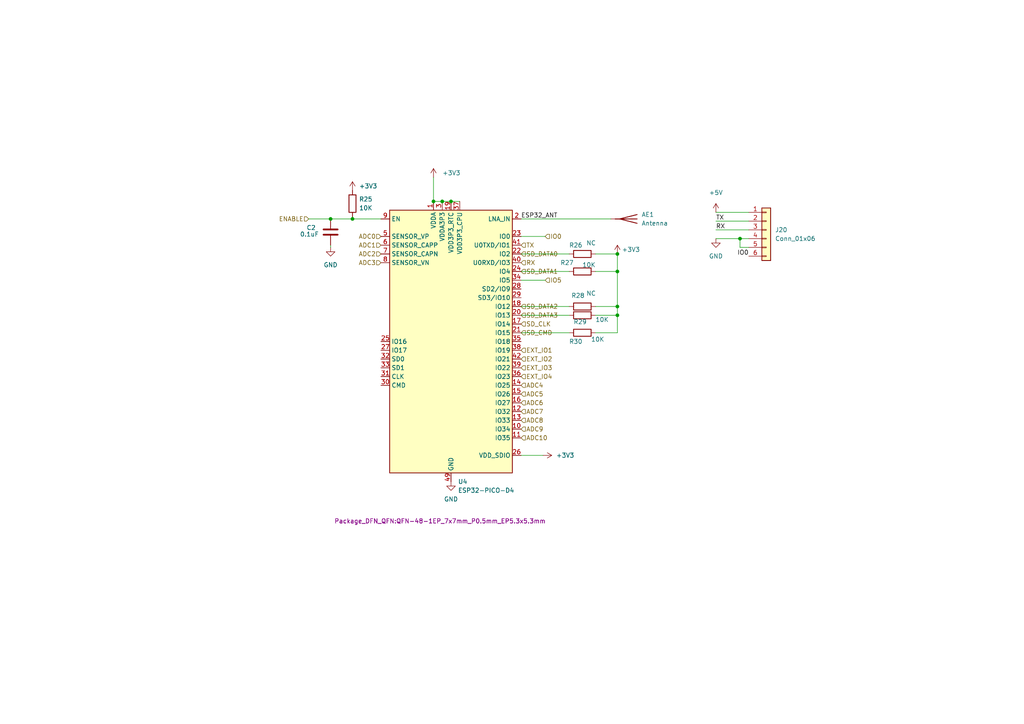
<source format=kicad_sch>
(kicad_sch (version 20211123) (generator eeschema)

  (uuid 984d9336-d89e-47e6-8d7a-cf9d95ac8042)

  (paper "A4")

  (lib_symbols
    (symbol "Connector_Generic:Conn_01x06" (pin_names (offset 1.016) hide) (in_bom yes) (on_board yes)
      (property "Reference" "J" (id 0) (at 0 7.62 0)
        (effects (font (size 1.27 1.27)))
      )
      (property "Value" "Conn_01x06" (id 1) (at 0 -10.16 0)
        (effects (font (size 1.27 1.27)))
      )
      (property "Footprint" "" (id 2) (at 0 0 0)
        (effects (font (size 1.27 1.27)) hide)
      )
      (property "Datasheet" "~" (id 3) (at 0 0 0)
        (effects (font (size 1.27 1.27)) hide)
      )
      (property "ki_keywords" "connector" (id 4) (at 0 0 0)
        (effects (font (size 1.27 1.27)) hide)
      )
      (property "ki_description" "Generic connector, single row, 01x06, script generated (kicad-library-utils/schlib/autogen/connector/)" (id 5) (at 0 0 0)
        (effects (font (size 1.27 1.27)) hide)
      )
      (property "ki_fp_filters" "Connector*:*_1x??_*" (id 6) (at 0 0 0)
        (effects (font (size 1.27 1.27)) hide)
      )
      (symbol "Conn_01x06_1_1"
        (rectangle (start -1.27 -7.493) (end 0 -7.747)
          (stroke (width 0.1524) (type default) (color 0 0 0 0))
          (fill (type none))
        )
        (rectangle (start -1.27 -4.953) (end 0 -5.207)
          (stroke (width 0.1524) (type default) (color 0 0 0 0))
          (fill (type none))
        )
        (rectangle (start -1.27 -2.413) (end 0 -2.667)
          (stroke (width 0.1524) (type default) (color 0 0 0 0))
          (fill (type none))
        )
        (rectangle (start -1.27 0.127) (end 0 -0.127)
          (stroke (width 0.1524) (type default) (color 0 0 0 0))
          (fill (type none))
        )
        (rectangle (start -1.27 2.667) (end 0 2.413)
          (stroke (width 0.1524) (type default) (color 0 0 0 0))
          (fill (type none))
        )
        (rectangle (start -1.27 5.207) (end 0 4.953)
          (stroke (width 0.1524) (type default) (color 0 0 0 0))
          (fill (type none))
        )
        (rectangle (start -1.27 6.35) (end 1.27 -8.89)
          (stroke (width 0.254) (type default) (color 0 0 0 0))
          (fill (type background))
        )
        (pin passive line (at -5.08 5.08 0) (length 3.81)
          (name "Pin_1" (effects (font (size 1.27 1.27))))
          (number "1" (effects (font (size 1.27 1.27))))
        )
        (pin passive line (at -5.08 2.54 0) (length 3.81)
          (name "Pin_2" (effects (font (size 1.27 1.27))))
          (number "2" (effects (font (size 1.27 1.27))))
        )
        (pin passive line (at -5.08 0 0) (length 3.81)
          (name "Pin_3" (effects (font (size 1.27 1.27))))
          (number "3" (effects (font (size 1.27 1.27))))
        )
        (pin passive line (at -5.08 -2.54 0) (length 3.81)
          (name "Pin_4" (effects (font (size 1.27 1.27))))
          (number "4" (effects (font (size 1.27 1.27))))
        )
        (pin passive line (at -5.08 -5.08 0) (length 3.81)
          (name "Pin_5" (effects (font (size 1.27 1.27))))
          (number "5" (effects (font (size 1.27 1.27))))
        )
        (pin passive line (at -5.08 -7.62 0) (length 3.81)
          (name "Pin_6" (effects (font (size 1.27 1.27))))
          (number "6" (effects (font (size 1.27 1.27))))
        )
      )
    )
    (symbol "Device:Antenna" (pin_numbers hide) (pin_names (offset 1.016) hide) (in_bom yes) (on_board yes)
      (property "Reference" "AE" (id 0) (at -1.905 1.905 0)
        (effects (font (size 1.27 1.27)) (justify right))
      )
      (property "Value" "Antenna" (id 1) (at -1.905 0 0)
        (effects (font (size 1.27 1.27)) (justify right))
      )
      (property "Footprint" "" (id 2) (at 0 0 0)
        (effects (font (size 1.27 1.27)) hide)
      )
      (property "Datasheet" "~" (id 3) (at 0 0 0)
        (effects (font (size 1.27 1.27)) hide)
      )
      (property "ki_keywords" "antenna" (id 4) (at 0 0 0)
        (effects (font (size 1.27 1.27)) hide)
      )
      (property "ki_description" "Antenna" (id 5) (at 0 0 0)
        (effects (font (size 1.27 1.27)) hide)
      )
      (symbol "Antenna_0_1"
        (polyline
          (pts
            (xy 0 2.54)
            (xy 0 -3.81)
          )
          (stroke (width 0.254) (type default) (color 0 0 0 0))
          (fill (type none))
        )
        (polyline
          (pts
            (xy 1.27 2.54)
            (xy 0 -2.54)
            (xy -1.27 2.54)
          )
          (stroke (width 0.254) (type default) (color 0 0 0 0))
          (fill (type none))
        )
      )
      (symbol "Antenna_1_1"
        (pin input line (at 0 -5.08 90) (length 2.54)
          (name "A" (effects (font (size 1.27 1.27))))
          (number "1" (effects (font (size 1.27 1.27))))
        )
      )
    )
    (symbol "Device:C" (pin_numbers hide) (pin_names (offset 0.254)) (in_bom yes) (on_board yes)
      (property "Reference" "C" (id 0) (at 0.635 2.54 0)
        (effects (font (size 1.27 1.27)) (justify left))
      )
      (property "Value" "C" (id 1) (at 0.635 -2.54 0)
        (effects (font (size 1.27 1.27)) (justify left))
      )
      (property "Footprint" "" (id 2) (at 0.9652 -3.81 0)
        (effects (font (size 1.27 1.27)) hide)
      )
      (property "Datasheet" "~" (id 3) (at 0 0 0)
        (effects (font (size 1.27 1.27)) hide)
      )
      (property "ki_keywords" "cap capacitor" (id 4) (at 0 0 0)
        (effects (font (size 1.27 1.27)) hide)
      )
      (property "ki_description" "Unpolarized capacitor" (id 5) (at 0 0 0)
        (effects (font (size 1.27 1.27)) hide)
      )
      (property "ki_fp_filters" "C_*" (id 6) (at 0 0 0)
        (effects (font (size 1.27 1.27)) hide)
      )
      (symbol "C_0_1"
        (polyline
          (pts
            (xy -2.032 -0.762)
            (xy 2.032 -0.762)
          )
          (stroke (width 0.508) (type default) (color 0 0 0 0))
          (fill (type none))
        )
        (polyline
          (pts
            (xy -2.032 0.762)
            (xy 2.032 0.762)
          )
          (stroke (width 0.508) (type default) (color 0 0 0 0))
          (fill (type none))
        )
      )
      (symbol "C_1_1"
        (pin passive line (at 0 3.81 270) (length 2.794)
          (name "~" (effects (font (size 1.27 1.27))))
          (number "1" (effects (font (size 1.27 1.27))))
        )
        (pin passive line (at 0 -3.81 90) (length 2.794)
          (name "~" (effects (font (size 1.27 1.27))))
          (number "2" (effects (font (size 1.27 1.27))))
        )
      )
    )
    (symbol "Device:R" (pin_numbers hide) (pin_names (offset 0)) (in_bom yes) (on_board yes)
      (property "Reference" "R" (id 0) (at 2.032 0 90)
        (effects (font (size 1.27 1.27)))
      )
      (property "Value" "R" (id 1) (at 0 0 90)
        (effects (font (size 1.27 1.27)))
      )
      (property "Footprint" "" (id 2) (at -1.778 0 90)
        (effects (font (size 1.27 1.27)) hide)
      )
      (property "Datasheet" "~" (id 3) (at 0 0 0)
        (effects (font (size 1.27 1.27)) hide)
      )
      (property "ki_keywords" "R res resistor" (id 4) (at 0 0 0)
        (effects (font (size 1.27 1.27)) hide)
      )
      (property "ki_description" "Resistor" (id 5) (at 0 0 0)
        (effects (font (size 1.27 1.27)) hide)
      )
      (property "ki_fp_filters" "R_*" (id 6) (at 0 0 0)
        (effects (font (size 1.27 1.27)) hide)
      )
      (symbol "R_0_1"
        (rectangle (start -1.016 -2.54) (end 1.016 2.54)
          (stroke (width 0.254) (type default) (color 0 0 0 0))
          (fill (type none))
        )
      )
      (symbol "R_1_1"
        (pin passive line (at 0 3.81 270) (length 1.27)
          (name "~" (effects (font (size 1.27 1.27))))
          (number "1" (effects (font (size 1.27 1.27))))
        )
        (pin passive line (at 0 -3.81 90) (length 1.27)
          (name "~" (effects (font (size 1.27 1.27))))
          (number "2" (effects (font (size 1.27 1.27))))
        )
      )
    )
    (symbol "RF_Module:ESP32-PICO-D4" (in_bom yes) (on_board yes)
      (property "Reference" "U" (id 0) (at -17.78 39.37 0)
        (effects (font (size 1.27 1.27)) (justify left))
      )
      (property "Value" "ESP32-PICO-D4" (id 1) (at 3.81 39.37 0)
        (effects (font (size 1.27 1.27)) (justify left))
      )
      (property "Footprint" "Package_DFN_QFN:QFN-48-1EP_7x7mm_P0.5mm_EP5.3x5.3mm" (id 2) (at 0 -43.18 0)
        (effects (font (size 1.27 1.27)) hide)
      )
      (property "Datasheet" "https://www.espressif.com/sites/default/files/documentation/esp32-pico-d4_datasheet_en.pdf" (id 3) (at 6.35 -25.4 0)
        (effects (font (size 1.27 1.27)) hide)
      )
      (property "ki_keywords" "RF Radio BT ESP ESP32 Espressif external antenna" (id 4) (at 0 0 0)
        (effects (font (size 1.27 1.27)) hide)
      )
      (property "ki_description" "RF Module, ESP32 SoC, Wi-Fi 802.11b/g/n, Bluetooth, BLE, 32-bit, 2.7-3.6V, external antenna, QFN-48" (id 5) (at 0 0 0)
        (effects (font (size 1.27 1.27)) hide)
      )
      (property "ki_fp_filters" "QFN*1EP*7x7mm*P0.5mm*" (id 6) (at 0 0 0)
        (effects (font (size 1.27 1.27)) hide)
      )
      (symbol "ESP32-PICO-D4_0_0"
        (pin power_in line (at -5.08 40.64 270) (length 2.54)
          (name "VDDA" (effects (font (size 1.27 1.27))))
          (number "1" (effects (font (size 1.27 1.27))))
        )
        (pin input line (at 20.32 -25.4 180) (length 2.54)
          (name "IO34" (effects (font (size 1.27 1.27))))
          (number "10" (effects (font (size 1.27 1.27))))
        )
        (pin input line (at 20.32 -27.94 180) (length 2.54)
          (name "IO35" (effects (font (size 1.27 1.27))))
          (number "11" (effects (font (size 1.27 1.27))))
        )
        (pin bidirectional line (at 20.32 -20.32 180) (length 2.54)
          (name "IO32" (effects (font (size 1.27 1.27))))
          (number "12" (effects (font (size 1.27 1.27))))
        )
        (pin bidirectional line (at 20.32 -22.86 180) (length 2.54)
          (name "IO33" (effects (font (size 1.27 1.27))))
          (number "13" (effects (font (size 1.27 1.27))))
        )
        (pin bidirectional line (at 20.32 -12.7 180) (length 2.54)
          (name "IO25" (effects (font (size 1.27 1.27))))
          (number "14" (effects (font (size 1.27 1.27))))
        )
        (pin bidirectional line (at 20.32 -15.24 180) (length 2.54)
          (name "IO26" (effects (font (size 1.27 1.27))))
          (number "15" (effects (font (size 1.27 1.27))))
        )
        (pin bidirectional line (at 20.32 -17.78 180) (length 2.54)
          (name "IO27" (effects (font (size 1.27 1.27))))
          (number "16" (effects (font (size 1.27 1.27))))
        )
        (pin bidirectional line (at 20.32 5.08 180) (length 2.54)
          (name "IO14" (effects (font (size 1.27 1.27))))
          (number "17" (effects (font (size 1.27 1.27))))
        )
        (pin bidirectional line (at 20.32 10.16 180) (length 2.54)
          (name "IO12" (effects (font (size 1.27 1.27))))
          (number "18" (effects (font (size 1.27 1.27))))
        )
        (pin power_in line (at 0 40.64 270) (length 2.54)
          (name "VDD3P3_RTC" (effects (font (size 1.27 1.27))))
          (number "19" (effects (font (size 1.27 1.27))))
        )
        (pin bidirectional line (at 20.32 35.56 180) (length 2.54)
          (name "LNA_IN" (effects (font (size 1.27 1.27))))
          (number "2" (effects (font (size 1.27 1.27))))
        )
        (pin bidirectional line (at 20.32 7.62 180) (length 2.54)
          (name "IO13" (effects (font (size 1.27 1.27))))
          (number "20" (effects (font (size 1.27 1.27))))
        )
        (pin bidirectional line (at 20.32 2.54 180) (length 2.54)
          (name "IO15" (effects (font (size 1.27 1.27))))
          (number "21" (effects (font (size 1.27 1.27))))
        )
        (pin bidirectional line (at 20.32 25.4 180) (length 2.54)
          (name "IO2" (effects (font (size 1.27 1.27))))
          (number "22" (effects (font (size 1.27 1.27))))
        )
        (pin bidirectional line (at 20.32 30.48 180) (length 2.54)
          (name "IO0" (effects (font (size 1.27 1.27))))
          (number "23" (effects (font (size 1.27 1.27))))
        )
        (pin bidirectional line (at 20.32 20.32 180) (length 2.54)
          (name "IO4" (effects (font (size 1.27 1.27))))
          (number "24" (effects (font (size 1.27 1.27))))
        )
        (pin bidirectional line (at -20.32 0 0) (length 2.54)
          (name "IO16" (effects (font (size 1.27 1.27))))
          (number "25" (effects (font (size 1.27 1.27))))
        )
        (pin power_out line (at 20.32 -33.02 180) (length 2.54)
          (name "VDD_SDIO" (effects (font (size 1.27 1.27))))
          (number "26" (effects (font (size 1.27 1.27))))
        )
        (pin bidirectional line (at -20.32 -2.54 0) (length 2.54)
          (name "IO17" (effects (font (size 1.27 1.27))))
          (number "27" (effects (font (size 1.27 1.27))))
        )
        (pin bidirectional line (at 20.32 15.24 180) (length 2.54)
          (name "SD2/IO9" (effects (font (size 1.27 1.27))))
          (number "28" (effects (font (size 1.27 1.27))))
        )
        (pin bidirectional line (at 20.32 12.7 180) (length 2.54)
          (name "SD3/IO10" (effects (font (size 1.27 1.27))))
          (number "29" (effects (font (size 1.27 1.27))))
        )
        (pin power_in line (at -2.54 40.64 270) (length 2.54)
          (name "VDDA3P3" (effects (font (size 1.27 1.27))))
          (number "3" (effects (font (size 1.27 1.27))))
        )
        (pin bidirectional line (at -20.32 -12.7 0) (length 2.54)
          (name "CMD" (effects (font (size 1.27 1.27))))
          (number "30" (effects (font (size 1.27 1.27))))
        )
        (pin bidirectional line (at -20.32 -10.16 0) (length 2.54)
          (name "CLK" (effects (font (size 1.27 1.27))))
          (number "31" (effects (font (size 1.27 1.27))))
        )
        (pin bidirectional line (at -20.32 -5.08 0) (length 2.54)
          (name "SD0" (effects (font (size 1.27 1.27))))
          (number "32" (effects (font (size 1.27 1.27))))
        )
        (pin bidirectional line (at -20.32 -7.62 0) (length 2.54)
          (name "SD1" (effects (font (size 1.27 1.27))))
          (number "33" (effects (font (size 1.27 1.27))))
        )
        (pin bidirectional line (at 20.32 17.78 180) (length 2.54)
          (name "IO5" (effects (font (size 1.27 1.27))))
          (number "34" (effects (font (size 1.27 1.27))))
        )
        (pin bidirectional line (at 20.32 0 180) (length 2.54)
          (name "IO18" (effects (font (size 1.27 1.27))))
          (number "35" (effects (font (size 1.27 1.27))))
        )
        (pin bidirectional line (at 20.32 -10.16 180) (length 2.54)
          (name "IO23" (effects (font (size 1.27 1.27))))
          (number "36" (effects (font (size 1.27 1.27))))
        )
        (pin power_in line (at 2.54 40.64 270) (length 2.54)
          (name "VDD3P3_CPU" (effects (font (size 1.27 1.27))))
          (number "37" (effects (font (size 1.27 1.27))))
        )
        (pin bidirectional line (at 20.32 -2.54 180) (length 2.54)
          (name "IO19" (effects (font (size 1.27 1.27))))
          (number "38" (effects (font (size 1.27 1.27))))
        )
        (pin bidirectional line (at 20.32 -7.62 180) (length 2.54)
          (name "IO22" (effects (font (size 1.27 1.27))))
          (number "39" (effects (font (size 1.27 1.27))))
        )
        (pin passive line (at -2.54 40.64 270) (length 2.54) hide
          (name "VDDA3P3" (effects (font (size 1.27 1.27))))
          (number "4" (effects (font (size 1.27 1.27))))
        )
        (pin bidirectional line (at 20.32 22.86 180) (length 2.54)
          (name "U0RXD/IO3" (effects (font (size 1.27 1.27))))
          (number "40" (effects (font (size 1.27 1.27))))
        )
        (pin bidirectional line (at 20.32 27.94 180) (length 2.54)
          (name "U0TXD/IO1" (effects (font (size 1.27 1.27))))
          (number "41" (effects (font (size 1.27 1.27))))
        )
        (pin bidirectional line (at 20.32 -5.08 180) (length 2.54)
          (name "IO21" (effects (font (size 1.27 1.27))))
          (number "42" (effects (font (size 1.27 1.27))))
        )
        (pin passive line (at -5.08 40.64 270) (length 2.54) hide
          (name "VDDA" (effects (font (size 1.27 1.27))))
          (number "43" (effects (font (size 1.27 1.27))))
        )
        (pin no_connect line (at -17.78 -25.4 0) (length 2.54) hide
          (name "XTAL_N_NC" (effects (font (size 1.27 1.27))))
          (number "44" (effects (font (size 1.27 1.27))))
        )
        (pin no_connect line (at -17.78 -27.94 0) (length 2.54) hide
          (name "XTAL_P_NC" (effects (font (size 1.27 1.27))))
          (number "45" (effects (font (size 1.27 1.27))))
        )
        (pin passive line (at -5.08 40.64 270) (length 2.54) hide
          (name "VDDA" (effects (font (size 1.27 1.27))))
          (number "46" (effects (font (size 1.27 1.27))))
        )
        (pin no_connect line (at -17.78 -30.48 0) (length 2.54) hide
          (name "CAP2_NC" (effects (font (size 1.27 1.27))))
          (number "47" (effects (font (size 1.27 1.27))))
        )
        (pin no_connect line (at -17.78 -33.02 0) (length 2.54) hide
          (name "CAP1_NC" (effects (font (size 1.27 1.27))))
          (number "48" (effects (font (size 1.27 1.27))))
        )
        (pin power_in line (at 0 -40.64 90) (length 2.54)
          (name "GND" (effects (font (size 1.27 1.27))))
          (number "49" (effects (font (size 1.27 1.27))))
        )
        (pin input line (at -20.32 30.48 0) (length 2.54)
          (name "SENSOR_VP" (effects (font (size 1.27 1.27))))
          (number "5" (effects (font (size 1.27 1.27))))
        )
        (pin input line (at -20.32 27.94 0) (length 2.54)
          (name "SENSOR_CAPP" (effects (font (size 1.27 1.27))))
          (number "6" (effects (font (size 1.27 1.27))))
        )
        (pin input line (at -20.32 25.4 0) (length 2.54)
          (name "SENSOR_CAPN" (effects (font (size 1.27 1.27))))
          (number "7" (effects (font (size 1.27 1.27))))
        )
        (pin input line (at -20.32 22.86 0) (length 2.54)
          (name "SENSOR_VN" (effects (font (size 1.27 1.27))))
          (number "8" (effects (font (size 1.27 1.27))))
        )
        (pin input line (at -20.32 35.56 0) (length 2.54)
          (name "EN" (effects (font (size 1.27 1.27))))
          (number "9" (effects (font (size 1.27 1.27))))
        )
      )
      (symbol "ESP32-PICO-D4_0_1"
        (rectangle (start -17.78 38.1) (end 17.78 -38.1)
          (stroke (width 0.254) (type default) (color 0 0 0 0))
          (fill (type background))
        )
      )
    )
    (symbol "power:+3.3V" (power) (pin_names (offset 0)) (in_bom yes) (on_board yes)
      (property "Reference" "#PWR" (id 0) (at 0 -3.81 0)
        (effects (font (size 1.27 1.27)) hide)
      )
      (property "Value" "+3.3V" (id 1) (at 0 3.556 0)
        (effects (font (size 1.27 1.27)))
      )
      (property "Footprint" "" (id 2) (at 0 0 0)
        (effects (font (size 1.27 1.27)) hide)
      )
      (property "Datasheet" "" (id 3) (at 0 0 0)
        (effects (font (size 1.27 1.27)) hide)
      )
      (property "ki_keywords" "power-flag" (id 4) (at 0 0 0)
        (effects (font (size 1.27 1.27)) hide)
      )
      (property "ki_description" "Power symbol creates a global label with name \"+3.3V\"" (id 5) (at 0 0 0)
        (effects (font (size 1.27 1.27)) hide)
      )
      (symbol "+3.3V_0_1"
        (polyline
          (pts
            (xy -0.762 1.27)
            (xy 0 2.54)
          )
          (stroke (width 0) (type default) (color 0 0 0 0))
          (fill (type none))
        )
        (polyline
          (pts
            (xy 0 0)
            (xy 0 2.54)
          )
          (stroke (width 0) (type default) (color 0 0 0 0))
          (fill (type none))
        )
        (polyline
          (pts
            (xy 0 2.54)
            (xy 0.762 1.27)
          )
          (stroke (width 0) (type default) (color 0 0 0 0))
          (fill (type none))
        )
      )
      (symbol "+3.3V_1_1"
        (pin power_in line (at 0 0 90) (length 0) hide
          (name "+3V3" (effects (font (size 1.27 1.27))))
          (number "1" (effects (font (size 1.27 1.27))))
        )
      )
    )
    (symbol "power:+3V3" (power) (pin_names (offset 0)) (in_bom yes) (on_board yes)
      (property "Reference" "#PWR" (id 0) (at 0 -3.81 0)
        (effects (font (size 1.27 1.27)) hide)
      )
      (property "Value" "+3V3" (id 1) (at 0 3.556 0)
        (effects (font (size 1.27 1.27)))
      )
      (property "Footprint" "" (id 2) (at 0 0 0)
        (effects (font (size 1.27 1.27)) hide)
      )
      (property "Datasheet" "" (id 3) (at 0 0 0)
        (effects (font (size 1.27 1.27)) hide)
      )
      (property "ki_keywords" "power-flag" (id 4) (at 0 0 0)
        (effects (font (size 1.27 1.27)) hide)
      )
      (property "ki_description" "Power symbol creates a global label with name \"+3V3\"" (id 5) (at 0 0 0)
        (effects (font (size 1.27 1.27)) hide)
      )
      (symbol "+3V3_0_1"
        (polyline
          (pts
            (xy -0.762 1.27)
            (xy 0 2.54)
          )
          (stroke (width 0) (type default) (color 0 0 0 0))
          (fill (type none))
        )
        (polyline
          (pts
            (xy 0 0)
            (xy 0 2.54)
          )
          (stroke (width 0) (type default) (color 0 0 0 0))
          (fill (type none))
        )
        (polyline
          (pts
            (xy 0 2.54)
            (xy 0.762 1.27)
          )
          (stroke (width 0) (type default) (color 0 0 0 0))
          (fill (type none))
        )
      )
      (symbol "+3V3_1_1"
        (pin power_in line (at 0 0 90) (length 0) hide
          (name "+3V3" (effects (font (size 1.27 1.27))))
          (number "1" (effects (font (size 1.27 1.27))))
        )
      )
    )
    (symbol "power:+5V" (power) (pin_names (offset 0)) (in_bom yes) (on_board yes)
      (property "Reference" "#PWR" (id 0) (at 0 -3.81 0)
        (effects (font (size 1.27 1.27)) hide)
      )
      (property "Value" "+5V" (id 1) (at 0 3.556 0)
        (effects (font (size 1.27 1.27)))
      )
      (property "Footprint" "" (id 2) (at 0 0 0)
        (effects (font (size 1.27 1.27)) hide)
      )
      (property "Datasheet" "" (id 3) (at 0 0 0)
        (effects (font (size 1.27 1.27)) hide)
      )
      (property "ki_keywords" "power-flag" (id 4) (at 0 0 0)
        (effects (font (size 1.27 1.27)) hide)
      )
      (property "ki_description" "Power symbol creates a global label with name \"+5V\"" (id 5) (at 0 0 0)
        (effects (font (size 1.27 1.27)) hide)
      )
      (symbol "+5V_0_1"
        (polyline
          (pts
            (xy -0.762 1.27)
            (xy 0 2.54)
          )
          (stroke (width 0) (type default) (color 0 0 0 0))
          (fill (type none))
        )
        (polyline
          (pts
            (xy 0 0)
            (xy 0 2.54)
          )
          (stroke (width 0) (type default) (color 0 0 0 0))
          (fill (type none))
        )
        (polyline
          (pts
            (xy 0 2.54)
            (xy 0.762 1.27)
          )
          (stroke (width 0) (type default) (color 0 0 0 0))
          (fill (type none))
        )
      )
      (symbol "+5V_1_1"
        (pin power_in line (at 0 0 90) (length 0) hide
          (name "+5V" (effects (font (size 1.27 1.27))))
          (number "1" (effects (font (size 1.27 1.27))))
        )
      )
    )
    (symbol "power:GND" (power) (pin_names (offset 0)) (in_bom yes) (on_board yes)
      (property "Reference" "#PWR" (id 0) (at 0 -6.35 0)
        (effects (font (size 1.27 1.27)) hide)
      )
      (property "Value" "GND" (id 1) (at 0 -3.81 0)
        (effects (font (size 1.27 1.27)))
      )
      (property "Footprint" "" (id 2) (at 0 0 0)
        (effects (font (size 1.27 1.27)) hide)
      )
      (property "Datasheet" "" (id 3) (at 0 0 0)
        (effects (font (size 1.27 1.27)) hide)
      )
      (property "ki_keywords" "power-flag" (id 4) (at 0 0 0)
        (effects (font (size 1.27 1.27)) hide)
      )
      (property "ki_description" "Power symbol creates a global label with name \"GND\" , ground" (id 5) (at 0 0 0)
        (effects (font (size 1.27 1.27)) hide)
      )
      (symbol "GND_0_1"
        (polyline
          (pts
            (xy 0 0)
            (xy 0 -1.27)
            (xy 1.27 -1.27)
            (xy 0 -2.54)
            (xy -1.27 -1.27)
            (xy 0 -1.27)
          )
          (stroke (width 0) (type default) (color 0 0 0 0))
          (fill (type none))
        )
      )
      (symbol "GND_1_1"
        (pin power_in line (at 0 0 270) (length 0) hide
          (name "GND" (effects (font (size 1.27 1.27))))
          (number "1" (effects (font (size 1.27 1.27))))
        )
      )
    )
  )

  (junction (at 214.63 69.215) (diameter 0) (color 0 0 0 0)
    (uuid 1ab7e774-dd1f-4502-8b20-89ba09afe24b)
  )
  (junction (at 125.73 58.42) (diameter 0) (color 0 0 0 0)
    (uuid 2837e048-1a1d-4d76-8c4a-1996cb38c4b0)
  )
  (junction (at 179.07 78.74) (diameter 0) (color 0 0 0 0)
    (uuid 45403ad2-b906-486e-b66b-d6009c67d071)
  )
  (junction (at 179.07 73.66) (diameter 0) (color 0 0 0 0)
    (uuid 71f6e50e-4aa5-461f-9f60-1320c9a6a7ac)
  )
  (junction (at 128.27 58.42) (diameter 0) (color 0 0 0 0)
    (uuid 73a80264-2320-475c-bf24-7635c82cd8f0)
  )
  (junction (at 130.81 58.42) (diameter 0) (color 0 0 0 0)
    (uuid ac29e5ca-695e-458f-8b21-f63ac7829115)
  )
  (junction (at 179.07 88.9) (diameter 0) (color 0 0 0 0)
    (uuid b500dcd3-a6e0-402b-9124-5499788df22b)
  )
  (junction (at 179.07 91.44) (diameter 0) (color 0 0 0 0)
    (uuid c3ece6d3-af99-455b-a692-f0df3c7fd981)
  )
  (junction (at 95.885 63.5) (diameter 0) (color 0 0 0 0)
    (uuid ea0af0d8-bea6-45eb-9d1e-4b175b92d3b6)
  )
  (junction (at 102.235 63.5) (diameter 0) (color 0 0 0 0)
    (uuid fa89dda9-7834-46d9-889a-44b1c785d844)
  )

  (wire (pts (xy 179.07 88.9) (xy 179.07 91.44))
    (stroke (width 0) (type default) (color 0 0 0 0))
    (uuid 03cd9639-0545-4310-8a58-e2bbe370b72d)
  )
  (wire (pts (xy 165.1 73.66) (xy 151.13 73.66))
    (stroke (width 0) (type default) (color 0 0 0 0))
    (uuid 1667c368-ed9e-4f4d-8260-c3f620ea8a88)
  )
  (wire (pts (xy 165.1 91.44) (xy 151.13 91.44))
    (stroke (width 0) (type default) (color 0 0 0 0))
    (uuid 213881c9-1c64-4f5c-aa2e-b96654c2ded8)
  )
  (wire (pts (xy 158.115 68.58) (xy 151.13 68.58))
    (stroke (width 0) (type default) (color 0 0 0 0))
    (uuid 257bcc11-b2e5-407e-a3a7-7cb3dbcd0cbf)
  )
  (wire (pts (xy 128.27 58.42) (xy 130.81 58.42))
    (stroke (width 0) (type default) (color 0 0 0 0))
    (uuid 283bd031-2d36-4000-85f8-803ae0c58fab)
  )
  (wire (pts (xy 165.1 78.74) (xy 151.13 78.74))
    (stroke (width 0) (type default) (color 0 0 0 0))
    (uuid 29515e87-16da-46d1-bb52-199e0dd89db3)
  )
  (wire (pts (xy 207.645 69.215) (xy 214.63 69.215))
    (stroke (width 0) (type default) (color 0 0 0 0))
    (uuid 316ef333-af1c-465e-b52f-52ded7fa4e4c)
  )
  (wire (pts (xy 179.07 73.66) (xy 172.72 73.66))
    (stroke (width 0) (type default) (color 0 0 0 0))
    (uuid 36fdeebd-61e5-4ba6-9747-d60455982042)
  )
  (wire (pts (xy 172.72 96.52) (xy 179.07 96.52))
    (stroke (width 0) (type default) (color 0 0 0 0))
    (uuid 39906c30-8031-431a-82bb-825af29dd817)
  )
  (wire (pts (xy 157.48 132.08) (xy 151.13 132.08))
    (stroke (width 0) (type default) (color 0 0 0 0))
    (uuid 3d2fb92f-42dc-4f70-afaf-3ea39d5c3766)
  )
  (wire (pts (xy 172.72 78.74) (xy 179.07 78.74))
    (stroke (width 0) (type default) (color 0 0 0 0))
    (uuid 41bf868e-6a80-4dbc-b64f-f8b895eeee77)
  )
  (wire (pts (xy 214.63 71.755) (xy 214.63 69.215))
    (stroke (width 0) (type default) (color 0 0 0 0))
    (uuid 4d4cee40-2d4b-48a9-93c2-7f6c0e85b8a8)
  )
  (wire (pts (xy 95.885 71.12) (xy 95.885 71.755))
    (stroke (width 0) (type default) (color 0 0 0 0))
    (uuid 5321e001-5350-42f3-8ee3-64e749861d42)
  )
  (wire (pts (xy 95.885 63.5) (xy 102.235 63.5))
    (stroke (width 0) (type default) (color 0 0 0 0))
    (uuid 5a967c82-07c5-4210-9a20-081a3377eee5)
  )
  (wire (pts (xy 179.07 91.44) (xy 179.07 96.52))
    (stroke (width 0) (type default) (color 0 0 0 0))
    (uuid 5daadf55-cb96-426e-83a7-977c3905b92a)
  )
  (wire (pts (xy 179.07 78.74) (xy 179.07 73.66))
    (stroke (width 0) (type default) (color 0 0 0 0))
    (uuid 62a00649-617d-4625-b1fb-909bbbb63703)
  )
  (wire (pts (xy 214.63 71.755) (xy 217.17 71.755))
    (stroke (width 0) (type default) (color 0 0 0 0))
    (uuid 66a3df35-a96c-478f-8fb2-381eb9a7b856)
  )
  (wire (pts (xy 207.645 66.675) (xy 217.17 66.675))
    (stroke (width 0) (type default) (color 0 0 0 0))
    (uuid 681a319c-86bb-4404-87e7-f74215ac7d4e)
  )
  (wire (pts (xy 177.165 63.5) (xy 151.13 63.5))
    (stroke (width 0) (type default) (color 0 0 0 0))
    (uuid 68628167-341f-4c67-ad74-1664779d8ffe)
  )
  (wire (pts (xy 130.81 58.42) (xy 133.35 58.42))
    (stroke (width 0) (type default) (color 0 0 0 0))
    (uuid 6af347d5-c1b2-4e55-bc38-fea9e2bc344f)
  )
  (wire (pts (xy 125.73 51.435) (xy 125.73 58.42))
    (stroke (width 0) (type default) (color 0 0 0 0))
    (uuid 90f9d548-7920-41de-a7cc-ba42e5524af0)
  )
  (wire (pts (xy 165.1 88.9) (xy 151.13 88.9))
    (stroke (width 0) (type default) (color 0 0 0 0))
    (uuid 9caefb5d-c3fd-4299-ab01-7df804255216)
  )
  (wire (pts (xy 207.645 64.135) (xy 217.17 64.135))
    (stroke (width 0) (type default) (color 0 0 0 0))
    (uuid a4498d5e-d851-47f9-bfad-751e459270e6)
  )
  (wire (pts (xy 172.72 91.44) (xy 179.07 91.44))
    (stroke (width 0) (type default) (color 0 0 0 0))
    (uuid a694b5b9-cf87-4e35-b5c4-0ed1088ff191)
  )
  (wire (pts (xy 89.535 63.5) (xy 95.885 63.5))
    (stroke (width 0) (type default) (color 0 0 0 0))
    (uuid aaa5611a-0f87-47af-9eeb-f2f5720f2ce0)
  )
  (wire (pts (xy 214.63 69.215) (xy 217.17 69.215))
    (stroke (width 0) (type default) (color 0 0 0 0))
    (uuid ad1f3671-6187-4443-89b7-13560b862e78)
  )
  (wire (pts (xy 207.645 61.595) (xy 217.17 61.595))
    (stroke (width 0) (type default) (color 0 0 0 0))
    (uuid d083af40-9d5c-4d93-b9d6-2fc57501e50e)
  )
  (wire (pts (xy 172.72 88.9) (xy 179.07 88.9))
    (stroke (width 0) (type default) (color 0 0 0 0))
    (uuid d3f0710d-d813-4f59-b683-94ee53e771c7)
  )
  (wire (pts (xy 165.1 96.52) (xy 151.13 96.52))
    (stroke (width 0) (type default) (color 0 0 0 0))
    (uuid e2b560ab-9339-4832-a228-97d8f370e0d5)
  )
  (wire (pts (xy 125.73 58.42) (xy 128.27 58.42))
    (stroke (width 0) (type default) (color 0 0 0 0))
    (uuid e315c45c-9266-4693-b427-132fed14bf14)
  )
  (wire (pts (xy 102.235 63.5) (xy 110.49 63.5))
    (stroke (width 0) (type default) (color 0 0 0 0))
    (uuid e544f273-3b74-46ae-bc7d-4dfc01501fb0)
  )
  (wire (pts (xy 179.07 88.9) (xy 179.07 78.74))
    (stroke (width 0) (type default) (color 0 0 0 0))
    (uuid f3eaea46-51be-48d4-b624-bc1abe5053b1)
  )
  (wire (pts (xy 102.235 63.5) (xy 102.235 62.865))
    (stroke (width 0) (type default) (color 0 0 0 0))
    (uuid fbc28e98-4290-4cf3-83d1-718b6d250c86)
  )
  (wire (pts (xy 151.13 81.28) (xy 158.115 81.28))
    (stroke (width 0) (type default) (color 0 0 0 0))
    (uuid febe894f-dd0d-4147-8e55-1d7adcc92d2d)
  )

  (label "IO0" (at 217.17 74.295 180)
    (effects (font (size 1.27 1.27)) (justify right bottom))
    (uuid 454f653b-d18e-408d-b753-3ca95c8e1fed)
  )
  (label "RX" (at 207.645 66.675 0)
    (effects (font (size 1.27 1.27)) (justify left bottom))
    (uuid 68bb0fec-33f3-4ed9-8485-62829a5a5dc1)
  )
  (label "TX" (at 207.645 64.135 0)
    (effects (font (size 1.27 1.27)) (justify left bottom))
    (uuid 7541e3a6-fa38-4268-9272-adda09497afb)
  )
  (label "ESP32_ANT" (at 151.13 63.5 0)
    (effects (font (size 1.27 1.27)) (justify left bottom))
    (uuid 861f6d90-f8c3-440f-9e09-10a935158749)
  )

  (hierarchical_label "ADC3" (shape input) (at 110.49 76.2 180)
    (effects (font (size 1.27 1.27)) (justify right))
    (uuid 085cec82-b3b9-453f-ab91-2f0a76883b81)
  )
  (hierarchical_label "RX" (shape input) (at 151.13 76.2 0)
    (effects (font (size 1.27 1.27)) (justify left))
    (uuid 0df458e7-3f96-4d63-b120-f6dbc4d29774)
  )
  (hierarchical_label "ADC2" (shape input) (at 110.49 73.66 180)
    (effects (font (size 1.27 1.27)) (justify right))
    (uuid 1047a6fa-740a-4020-a6cd-f047a1774858)
  )
  (hierarchical_label "SD_CMD" (shape input) (at 151.13 96.52 0)
    (effects (font (size 1.27 1.27)) (justify left))
    (uuid 12d5b5a4-3be9-479e-aad8-33b0b1e04413)
  )
  (hierarchical_label "ADC0" (shape input) (at 110.49 68.58 180)
    (effects (font (size 1.27 1.27)) (justify right))
    (uuid 1ec81f2d-fed2-4c9b-80fa-b839b3874e60)
  )
  (hierarchical_label "ADC1" (shape input) (at 110.49 71.12 180)
    (effects (font (size 1.27 1.27)) (justify right))
    (uuid 444c074b-f362-409c-baa2-c8a70e68fa59)
  )
  (hierarchical_label "EXT_IO4" (shape input) (at 151.13 109.22 0)
    (effects (font (size 1.27 1.27)) (justify left))
    (uuid 4861d6d7-4c09-4146-a13f-75f19b2c2535)
  )
  (hierarchical_label "ADC8" (shape input) (at 151.13 121.92 0)
    (effects (font (size 1.27 1.27)) (justify left))
    (uuid 4e145455-cd8d-4518-8f6e-9b8621d96057)
  )
  (hierarchical_label "SD_DATA3" (shape input) (at 151.13 91.44 0)
    (effects (font (size 1.27 1.27)) (justify left))
    (uuid 5355d0e9-5c03-449f-b915-f95cf8cd8d39)
  )
  (hierarchical_label "ADC5" (shape input) (at 151.13 114.3 0)
    (effects (font (size 1.27 1.27)) (justify left))
    (uuid 57b0eede-71e6-43af-8269-1faa158232c8)
  )
  (hierarchical_label "IO0" (shape input) (at 158.115 68.58 0)
    (effects (font (size 1.27 1.27)) (justify left))
    (uuid 66e479a3-243f-40d9-b604-23fda4fd0a82)
  )
  (hierarchical_label "TX" (shape input) (at 151.13 71.12 0)
    (effects (font (size 1.27 1.27)) (justify left))
    (uuid 692d57f2-f5c4-4f6f-832a-ef45d9937741)
  )
  (hierarchical_label "ADC10" (shape input) (at 151.13 127 0)
    (effects (font (size 1.27 1.27)) (justify left))
    (uuid 6a02ae5f-0582-4a7a-9fd6-ccf6df283f26)
  )
  (hierarchical_label "EXT_IO1" (shape input) (at 151.13 101.6 0)
    (effects (font (size 1.27 1.27)) (justify left))
    (uuid 73672169-311a-41b2-bd48-36696c363d36)
  )
  (hierarchical_label "SD_DATA2" (shape input) (at 151.13 88.9 0)
    (effects (font (size 1.27 1.27)) (justify left))
    (uuid 7546bb20-95ca-4259-958b-227c18ecb7d0)
  )
  (hierarchical_label "SD_DATA1" (shape input) (at 151.13 78.74 0)
    (effects (font (size 1.27 1.27)) (justify left))
    (uuid 7ce65c3f-a4b1-4d1e-be3f-fc7f8e510f1c)
  )
  (hierarchical_label "IO5" (shape input) (at 158.115 81.28 0)
    (effects (font (size 1.27 1.27)) (justify left))
    (uuid 828540cd-fe08-4d2b-8380-b3dbda2f4a51)
  )
  (hierarchical_label "ADC7" (shape input) (at 151.13 119.38 0)
    (effects (font (size 1.27 1.27)) (justify left))
    (uuid 8ae0fe50-7428-4c3e-9eb8-9178e3db139d)
  )
  (hierarchical_label "ADC9" (shape input) (at 151.13 124.46 0)
    (effects (font (size 1.27 1.27)) (justify left))
    (uuid a92e1b85-197f-4ba6-be6b-8af07df63c9b)
  )
  (hierarchical_label "SD_CLK" (shape input) (at 151.13 93.98 0)
    (effects (font (size 1.27 1.27)) (justify left))
    (uuid ab67cbc1-4377-4f21-94e5-a6a525dc8074)
  )
  (hierarchical_label "ADC6" (shape input) (at 151.13 116.84 0)
    (effects (font (size 1.27 1.27)) (justify left))
    (uuid b738039e-09e7-4a03-8865-5125229d8c78)
  )
  (hierarchical_label "SD_DATA0" (shape input) (at 151.13 73.66 0)
    (effects (font (size 1.27 1.27)) (justify left))
    (uuid c95de0bf-10d8-4ff7-95ff-77f7a62293cb)
  )
  (hierarchical_label "EXT_IO3" (shape input) (at 151.13 106.68 0)
    (effects (font (size 1.27 1.27)) (justify left))
    (uuid cffc2c4c-d83b-4157-88c7-8bb2b0a73704)
  )
  (hierarchical_label "ADC4" (shape input) (at 151.13 111.76 0)
    (effects (font (size 1.27 1.27)) (justify left))
    (uuid ebf64993-b653-4bbe-89ac-8d2a272c5598)
  )
  (hierarchical_label "EXT_IO2" (shape input) (at 151.13 104.14 0)
    (effects (font (size 1.27 1.27)) (justify left))
    (uuid f70be5a8-af29-4d16-927f-1510c3010eeb)
  )
  (hierarchical_label "ENABLE" (shape input) (at 89.535 63.5 180)
    (effects (font (size 1.27 1.27)) (justify right))
    (uuid f9a848c3-3b6b-4ad9-a8a4-5fafcc1c88ce)
  )

  (symbol (lib_id "power:GND") (at 95.885 71.755 0) (unit 1)
    (in_bom yes) (on_board yes) (fields_autoplaced)
    (uuid 074c8067-2e47-42f7-a4fd-3f26f793f21f)
    (property "Reference" "#PWR046" (id 0) (at 95.885 78.105 0)
      (effects (font (size 1.27 1.27)) hide)
    )
    (property "Value" "GND" (id 1) (at 95.885 76.835 0))
    (property "Footprint" "" (id 2) (at 95.885 71.755 0)
      (effects (font (size 1.27 1.27)) hide)
    )
    (property "Datasheet" "" (id 3) (at 95.885 71.755 0)
      (effects (font (size 1.27 1.27)) hide)
    )
    (pin "1" (uuid 96f25f7c-f697-458a-bf35-91897e1a27c5))
  )

  (symbol (lib_id "power:+3V3") (at 179.07 73.66 0) (unit 1)
    (in_bom yes) (on_board yes)
    (uuid 0e42f408-af31-4593-b629-c9f3e25025af)
    (property "Reference" "#PWR051" (id 0) (at 179.07 77.47 0)
      (effects (font (size 1.27 1.27)) hide)
    )
    (property "Value" "+3V3" (id 1) (at 180.34 72.39 0)
      (effects (font (size 1.27 1.27)) (justify left))
    )
    (property "Footprint" "" (id 2) (at 179.07 73.66 0)
      (effects (font (size 1.27 1.27)) hide)
    )
    (property "Datasheet" "" (id 3) (at 179.07 73.66 0)
      (effects (font (size 1.27 1.27)) hide)
    )
    (pin "1" (uuid 256cdc80-f5a0-4d71-a1c1-a2a31086e7f3))
  )

  (symbol (lib_id "Connector_Generic:Conn_01x06") (at 222.25 66.675 0) (unit 1)
    (in_bom yes) (on_board yes) (fields_autoplaced)
    (uuid 113bf85a-cab4-4d31-b250-d5b584791954)
    (property "Reference" "J20" (id 0) (at 224.79 66.6749 0)
      (effects (font (size 1.27 1.27)) (justify left))
    )
    (property "Value" "Conn_01x06" (id 1) (at 224.79 69.2149 0)
      (effects (font (size 1.27 1.27)) (justify left))
    )
    (property "Footprint" "Connector_PinHeader_2.54mm:PinHeader_1x06_P2.54mm_Vertical" (id 2) (at 222.25 66.675 0)
      (effects (font (size 1.27 1.27)) hide)
    )
    (property "Datasheet" "~" (id 3) (at 222.25 66.675 0)
      (effects (font (size 1.27 1.27)) hide)
    )
    (pin "1" (uuid 7710f753-cd28-4e66-8c9c-e792753b3a8f))
    (pin "2" (uuid 0539140e-0bf7-4128-8d8a-9ea4c0ec743b))
    (pin "3" (uuid 4bc7db99-a857-40f9-acff-4e3c56ee5eec))
    (pin "4" (uuid 5e99edd1-289c-459a-9b08-da6c12deac98))
    (pin "5" (uuid 1bdff03e-c228-4e24-b9f6-24feec9724a7))
    (pin "6" (uuid f272f749-5ffe-4798-b64b-63ef2ed35a2b))
  )

  (symbol (lib_id "power:+3V3") (at 125.73 51.435 0) (unit 1)
    (in_bom yes) (on_board yes) (fields_autoplaced)
    (uuid 366b54e9-cbc3-497a-b010-0fde52696e8a)
    (property "Reference" "#PWR048" (id 0) (at 125.73 55.245 0)
      (effects (font (size 1.27 1.27)) hide)
    )
    (property "Value" "+3V3" (id 1) (at 128.27 50.1649 0)
      (effects (font (size 1.27 1.27)) (justify left))
    )
    (property "Footprint" "" (id 2) (at 125.73 51.435 0)
      (effects (font (size 1.27 1.27)) hide)
    )
    (property "Datasheet" "" (id 3) (at 125.73 51.435 0)
      (effects (font (size 1.27 1.27)) hide)
    )
    (pin "1" (uuid 88aa8111-cf76-4236-a5a9-a29d374ba074))
  )

  (symbol (lib_id "Device:R") (at 102.235 59.055 0) (unit 1)
    (in_bom yes) (on_board yes) (fields_autoplaced)
    (uuid 3ff3c8be-fd4e-4b28-83dc-0142f9724e40)
    (property "Reference" "R25" (id 0) (at 104.14 57.7849 0)
      (effects (font (size 1.27 1.27)) (justify left))
    )
    (property "Value" "10K" (id 1) (at 104.14 60.3249 0)
      (effects (font (size 1.27 1.27)) (justify left))
    )
    (property "Footprint" "Resistor_SMD:R_0402_1005Metric" (id 2) (at 100.457 59.055 90)
      (effects (font (size 1.27 1.27)) hide)
    )
    (property "Datasheet" "~" (id 3) (at 102.235 59.055 0)
      (effects (font (size 1.27 1.27)) hide)
    )
    (pin "1" (uuid fe17e520-9453-4a73-b101-5bd3109d5ea9))
    (pin "2" (uuid 19a230fa-ac89-49b9-aedf-7524d3743b5e))
  )

  (symbol (lib_id "Device:R") (at 168.91 88.9 90) (unit 1)
    (in_bom yes) (on_board yes)
    (uuid 4ed5a20b-9bb5-41a8-8303-a9c004599cb1)
    (property "Reference" "R28" (id 0) (at 167.64 85.725 90))
    (property "Value" "NC" (id 1) (at 171.45 85.09 90))
    (property "Footprint" "Resistor_SMD:R_0603_1608Metric" (id 2) (at 168.91 90.678 90)
      (effects (font (size 1.27 1.27)) hide)
    )
    (property "Datasheet" "~" (id 3) (at 168.91 88.9 0)
      (effects (font (size 1.27 1.27)) hide)
    )
    (pin "1" (uuid 75033e6f-75d1-4899-ae0c-1f8c8dc43d00))
    (pin "2" (uuid 3da9ce21-a8eb-4187-98c8-19e48268fcab))
  )

  (symbol (lib_id "Device:Antenna") (at 182.245 63.5 270) (unit 1)
    (in_bom yes) (on_board yes) (fields_autoplaced)
    (uuid 5601a933-1726-4804-b0bd-7e9d6b8ea6a1)
    (property "Reference" "AE1" (id 0) (at 186.055 62.2299 90)
      (effects (font (size 1.27 1.27)) (justify left))
    )
    (property "Value" "Antenna" (id 1) (at 186.055 64.7699 90)
      (effects (font (size 1.27 1.27)) (justify left))
    )
    (property "Footprint" "RF_Antenna:Johanson_2450AT43F0100" (id 2) (at 182.245 63.5 0)
      (effects (font (size 1.27 1.27)) hide)
    )
    (property "Datasheet" "~" (id 3) (at 182.245 63.5 0)
      (effects (font (size 1.27 1.27)) hide)
    )
    (pin "1" (uuid 25e5bc4e-131f-4a84-acef-15171b4ede7c))
  )

  (symbol (lib_id "Device:C") (at 95.885 67.31 0) (mirror y) (unit 1)
    (in_bom yes) (on_board yes)
    (uuid 5c2326d8-45e5-4a6a-8e64-77e1d495719f)
    (property "Reference" "C2" (id 0) (at 88.9 66.04 0)
      (effects (font (size 1.27 1.27)) (justify right))
    )
    (property "Value" "0.1uF" (id 1) (at 86.995 67.945 0)
      (effects (font (size 1.27 1.27)) (justify right))
    )
    (property "Footprint" "Capacitor_SMD:C_0402_1005Metric" (id 2) (at 94.9198 71.12 0)
      (effects (font (size 1.27 1.27)) hide)
    )
    (property "Datasheet" "~" (id 3) (at 95.885 67.31 0)
      (effects (font (size 1.27 1.27)) hide)
    )
    (pin "1" (uuid d47ae958-1122-4583-8fad-0065525c37c2))
    (pin "2" (uuid ce3536e3-4649-483d-80b4-94a05f38c044))
  )

  (symbol (lib_id "Device:R") (at 168.91 73.66 90) (unit 1)
    (in_bom yes) (on_board yes)
    (uuid 620c55ac-05ff-4336-9073-e17d95a00054)
    (property "Reference" "R26" (id 0) (at 167.005 71.12 90))
    (property "Value" "NC" (id 1) (at 171.45 70.485 90))
    (property "Footprint" "Resistor_SMD:R_0603_1608Metric" (id 2) (at 168.91 75.438 90)
      (effects (font (size 1.27 1.27)) hide)
    )
    (property "Datasheet" "~" (id 3) (at 168.91 73.66 0)
      (effects (font (size 1.27 1.27)) hide)
    )
    (pin "1" (uuid ee1bf0f8-1059-48ad-92ee-92d2a9a7c44a))
    (pin "2" (uuid e107ff6a-05cd-416f-bf26-5ac0cc5a7a24))
  )

  (symbol (lib_id "RF_Module:ESP32-PICO-D4") (at 130.81 99.06 0) (unit 1)
    (in_bom yes) (on_board yes)
    (uuid 6340cba2-8fc3-4198-84e3-acd00a597f78)
    (property "Reference" "U4" (id 0) (at 132.8294 139.7 0)
      (effects (font (size 1.27 1.27)) (justify left))
    )
    (property "Value" "ESP32-PICO-D4" (id 1) (at 132.8294 142.24 0)
      (effects (font (size 1.27 1.27)) (justify left))
    )
    (property "Footprint" "Package_DFN_QFN:QFN-48-1EP_7x7mm_P0.5mm_EP5.3x5.3mm" (id 2) (at 127.635 151.13 0))
    (property "Datasheet" "https://www.espressif.com/sites/default/files/documentation/esp32-pico-d4_datasheet_en.pdf" (id 3) (at 137.16 124.46 0)
      (effects (font (size 1.27 1.27)) hide)
    )
    (pin "1" (uuid f6266ed9-a02e-46d4-9114-65aaef3bfa21))
    (pin "10" (uuid 3525bb8c-a7ad-4f74-b6c0-0eba6bb6bcdb))
    (pin "11" (uuid 2432a54b-f248-49e2-a363-709b8457c19f))
    (pin "12" (uuid df06c4fb-f6ee-4357-be00-d5dfb4304584))
    (pin "13" (uuid 6c95b429-ef4a-42a4-8f92-45b681db4eaa))
    (pin "14" (uuid f511e6ac-bda3-4190-9441-621d3da0241e))
    (pin "15" (uuid 8b8be2e3-2cd1-4ccf-a17b-ab4536d536bd))
    (pin "16" (uuid 00c034ff-dc1c-4815-9c83-2ac9f76c3c89))
    (pin "17" (uuid 52c53f51-8d56-4000-a289-7727fe4f988b))
    (pin "18" (uuid 1458cca2-6d0c-437b-85f5-cbcc4c2bfed7))
    (pin "19" (uuid 0e862229-70a9-4475-973c-d9f31f8b7558))
    (pin "2" (uuid 37af4890-d4b7-4f18-af5c-4e9571904d0d))
    (pin "20" (uuid 3590cc32-fcd6-41b2-b5b5-809f6d3beb44))
    (pin "21" (uuid d13e8c99-ca55-4a5f-943c-9e017d3ec9b2))
    (pin "22" (uuid 468edc52-7be4-4ae9-ba78-dcab6c36fe8d))
    (pin "23" (uuid cdb818c3-11b0-42a5-a1de-57fcd7e2c7e3))
    (pin "24" (uuid d2602f86-2024-424d-b3ea-b643c769692d))
    (pin "25" (uuid eeb045ab-9ac3-4fcc-8e75-40e670d7d605))
    (pin "26" (uuid 5b656b39-0bfa-4aeb-a4a5-60f67e7878b1))
    (pin "27" (uuid 454cddf0-f953-407a-a805-eb90bfc97a8a))
    (pin "28" (uuid f5dc8a9f-d59d-4720-b138-60902388a80b))
    (pin "29" (uuid f456bb42-d5ae-4012-9af1-0f450c5c80ef))
    (pin "3" (uuid 144bc5c3-b6df-4b3b-b23e-b3674e64d229))
    (pin "30" (uuid ea642b42-5bd2-4301-a33b-c25949497823))
    (pin "31" (uuid 6daf12bc-d7b0-4b31-b798-144f9580ec89))
    (pin "32" (uuid b73c2999-495c-42a6-8082-905c7a037c32))
    (pin "33" (uuid 42e2be0b-99d4-42d8-a041-9e9848d308a2))
    (pin "34" (uuid 978d315c-f9e2-46f7-afe0-f84270399269))
    (pin "35" (uuid 3ed6093e-659e-4b96-a017-9b2102659c5a))
    (pin "36" (uuid 8a6b2408-7e5e-45f7-8a84-6cb4f528eba0))
    (pin "37" (uuid 8e346d62-5008-4550-ac25-89f5862000d3))
    (pin "38" (uuid 78f0da22-2017-4cca-b061-2014d4e2d508))
    (pin "39" (uuid 0095ffab-e42b-450f-bf3f-529f66f8abbc))
    (pin "4" (uuid dc2bd110-0708-47a8-b446-b2ab2296db2b))
    (pin "40" (uuid d2c4d3ae-e542-4ca2-b745-e51bf84ec5b7))
    (pin "41" (uuid b6e351c2-7a8f-4556-8664-f26c30f73c8e))
    (pin "42" (uuid c9a4bef7-7656-42f2-9d64-51012735e6b1))
    (pin "43" (uuid 513c82a5-f444-4196-8f13-f2925347a8ce))
    (pin "44" (uuid 5c40f2ab-e498-41c1-acaa-2391ce943fe9))
    (pin "45" (uuid 4fe9b478-3a77-4fe5-9f55-b9a3803fda3c))
    (pin "46" (uuid 4cdcb360-d511-4393-b6df-e0a77ca33d51))
    (pin "47" (uuid f8df3da5-c942-4769-97b9-50e2d30b89c4))
    (pin "48" (uuid d2b7b387-eca7-49fe-8963-2914272dbd99))
    (pin "49" (uuid 60ad4ec4-4431-4f94-823d-dbb11cfb3833))
    (pin "5" (uuid 44d0f391-d602-4569-baf4-6301e960cf47))
    (pin "6" (uuid c98bf6ce-2edb-4458-8565-c83df6842b10))
    (pin "7" (uuid b95f821c-c531-499f-babc-749d7437072a))
    (pin "8" (uuid b30348c4-4e26-41c6-abcc-75c4b603572a))
    (pin "9" (uuid 8a21b2e1-49e6-474d-aa76-4ab5b33ee061))
  )

  (symbol (lib_id "Device:R") (at 168.91 96.52 90) (unit 1)
    (in_bom yes) (on_board yes)
    (uuid 695ebcdf-7a03-4f5a-b56d-230d462df354)
    (property "Reference" "R30" (id 0) (at 167.005 99.06 90))
    (property "Value" "10K" (id 1) (at 173.355 98.425 90))
    (property "Footprint" "Resistor_SMD:R_0402_1005Metric" (id 2) (at 168.91 98.298 90)
      (effects (font (size 1.27 1.27)) hide)
    )
    (property "Datasheet" "~" (id 3) (at 168.91 96.52 0)
      (effects (font (size 1.27 1.27)) hide)
    )
    (pin "1" (uuid e19536ab-7904-4f6e-92ef-1043fba6e307))
    (pin "2" (uuid 490b435b-3967-43e8-8ea3-9620f4301080))
  )

  (symbol (lib_id "Device:R") (at 168.91 78.74 90) (unit 1)
    (in_bom yes) (on_board yes)
    (uuid 846158ff-b954-4bdb-b1ae-9a437f72434c)
    (property "Reference" "R27" (id 0) (at 164.465 76.2 90))
    (property "Value" "10K" (id 1) (at 170.815 76.835 90))
    (property "Footprint" "Resistor_SMD:R_0402_1005Metric" (id 2) (at 168.91 80.518 90)
      (effects (font (size 1.27 1.27)) hide)
    )
    (property "Datasheet" "~" (id 3) (at 168.91 78.74 0)
      (effects (font (size 1.27 1.27)) hide)
    )
    (pin "1" (uuid ed98aa3f-a4e0-468d-a971-3f55a4fba1c5))
    (pin "2" (uuid af1b9779-eaae-42a0-a33d-7cd5476531bb))
  )

  (symbol (lib_id "Device:R") (at 168.91 91.44 90) (unit 1)
    (in_bom yes) (on_board yes)
    (uuid 869376ac-dc9b-446e-ba70-637838da0080)
    (property "Reference" "R29" (id 0) (at 168.275 93.345 90))
    (property "Value" "10K" (id 1) (at 174.625 92.71 90))
    (property "Footprint" "Resistor_SMD:R_0402_1005Metric" (id 2) (at 168.91 93.218 90)
      (effects (font (size 1.27 1.27)) hide)
    )
    (property "Datasheet" "~" (id 3) (at 168.91 91.44 0)
      (effects (font (size 1.27 1.27)) hide)
    )
    (pin "1" (uuid 9292ed66-fefd-44b5-9c1b-9eedc3034bf8))
    (pin "2" (uuid 9fff8ac5-3ccf-4a9c-ada3-ba946698ab11))
  )

  (symbol (lib_id "power:+3V3") (at 102.235 55.245 0) (unit 1)
    (in_bom yes) (on_board yes) (fields_autoplaced)
    (uuid 8d8fa779-15c1-4157-bfc6-154d39c613b3)
    (property "Reference" "#PWR047" (id 0) (at 102.235 59.055 0)
      (effects (font (size 1.27 1.27)) hide)
    )
    (property "Value" "+3V3" (id 1) (at 104.14 53.9749 0)
      (effects (font (size 1.27 1.27)) (justify left))
    )
    (property "Footprint" "" (id 2) (at 102.235 55.245 0)
      (effects (font (size 1.27 1.27)) hide)
    )
    (property "Datasheet" "" (id 3) (at 102.235 55.245 0)
      (effects (font (size 1.27 1.27)) hide)
    )
    (pin "1" (uuid 157c416b-aab0-44b3-8d66-620b220cc9b4))
  )

  (symbol (lib_id "power:GND") (at 207.645 69.215 0) (unit 1)
    (in_bom yes) (on_board yes) (fields_autoplaced)
    (uuid c964cf75-18dd-4bd8-bcd8-c09ef84c4c54)
    (property "Reference" "#PWR053" (id 0) (at 207.645 75.565 0)
      (effects (font (size 1.27 1.27)) hide)
    )
    (property "Value" "GND" (id 1) (at 207.645 74.295 0))
    (property "Footprint" "" (id 2) (at 207.645 69.215 0)
      (effects (font (size 1.27 1.27)) hide)
    )
    (property "Datasheet" "" (id 3) (at 207.645 69.215 0)
      (effects (font (size 1.27 1.27)) hide)
    )
    (pin "1" (uuid e93c6ed9-d15b-46b0-849f-1b706675e30f))
  )

  (symbol (lib_id "power:+3.3V") (at 157.48 132.08 270) (unit 1)
    (in_bom yes) (on_board yes) (fields_autoplaced)
    (uuid ddf5c964-695b-44e4-b539-e5ddadab2ed1)
    (property "Reference" "#PWR050" (id 0) (at 153.67 132.08 0)
      (effects (font (size 1.27 1.27)) hide)
    )
    (property "Value" "+3.3V" (id 1) (at 161.29 132.0799 90)
      (effects (font (size 1.27 1.27)) (justify left))
    )
    (property "Footprint" "" (id 2) (at 157.48 132.08 0)
      (effects (font (size 1.27 1.27)) hide)
    )
    (property "Datasheet" "" (id 3) (at 157.48 132.08 0)
      (effects (font (size 1.27 1.27)) hide)
    )
    (pin "1" (uuid 02616d3c-00f6-4f07-97b8-78c52c0741ef))
  )

  (symbol (lib_id "power:GND") (at 130.81 139.7 0) (unit 1)
    (in_bom yes) (on_board yes) (fields_autoplaced)
    (uuid e5d389db-9685-4c1b-838b-0733d38bbbdd)
    (property "Reference" "#PWR049" (id 0) (at 130.81 146.05 0)
      (effects (font (size 1.27 1.27)) hide)
    )
    (property "Value" "GND" (id 1) (at 130.81 144.78 0))
    (property "Footprint" "" (id 2) (at 130.81 139.7 0)
      (effects (font (size 1.27 1.27)) hide)
    )
    (property "Datasheet" "" (id 3) (at 130.81 139.7 0)
      (effects (font (size 1.27 1.27)) hide)
    )
    (pin "1" (uuid 400888cb-b757-4a7f-815a-c3c05fb6d0c4))
  )

  (symbol (lib_id "power:+5V") (at 207.645 61.595 0) (unit 1)
    (in_bom yes) (on_board yes) (fields_autoplaced)
    (uuid f7d73715-44d4-4640-a21a-cfdf4acf1cac)
    (property "Reference" "#PWR0120" (id 0) (at 207.645 65.405 0)
      (effects (font (size 1.27 1.27)) hide)
    )
    (property "Value" "+5V" (id 1) (at 207.645 55.88 0))
    (property "Footprint" "" (id 2) (at 207.645 61.595 0)
      (effects (font (size 1.27 1.27)) hide)
    )
    (property "Datasheet" "" (id 3) (at 207.645 61.595 0)
      (effects (font (size 1.27 1.27)) hide)
    )
    (pin "1" (uuid 3e1024fa-0b24-4115-9a97-b9b5be687afd))
  )
)

</source>
